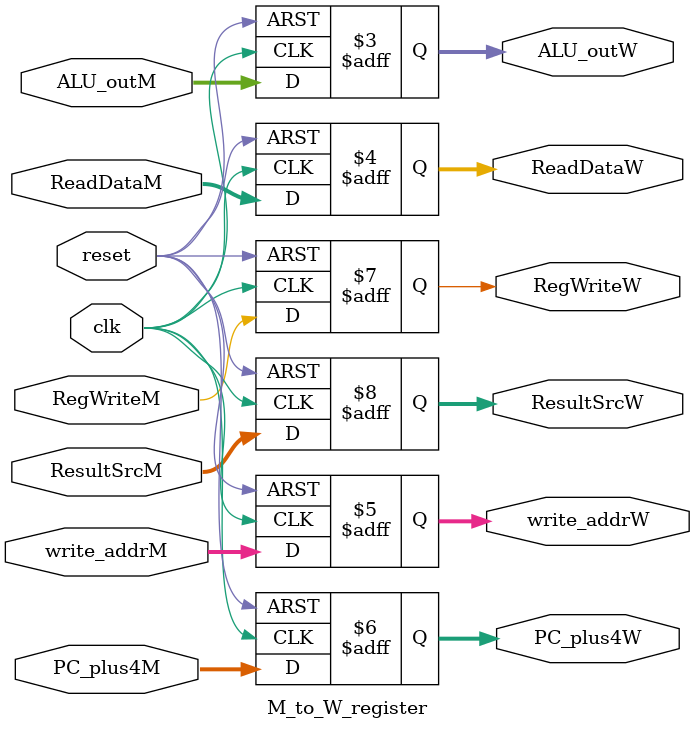
<source format=v>
module M_to_W_register(//input 
                        input clk,
                        input reset, 
                        input RegWriteM, 
                        input [1:0] ResultSrcM, 
                        input [31:0]ALU_outM, 
                        input [31:0]ReadDataM, 
                        input [4:0] write_addrM,
                        input [31:0]PC_plus4M,
                        //output
                        output reg [31:0]ALU_outW, 
                        output reg [31:0]ReadDataW, 
                        output reg [4:0] write_addrW,
                        output reg [31:0]PC_plus4W,
                        output reg RegWriteW,   
                        output reg [1:0] ResultSrcW);
                        
    always @(negedge clk or negedge reset)
    begin
    if (~reset)
    begin
        ALU_outW    <=32'd0;
        ReadDataW   <=32'd0;
        write_addrW <=5'd0;
        PC_plus4W   <=32'd0;
        RegWriteW   <=1'd0;
        ResultSrcW  <=2'd0;
    end
    else
    begin
        ALU_outW    <= ALU_outM;
        ReadDataW   <= ReadDataM;
        write_addrW <= write_addrM;
        PC_plus4W   <= PC_plus4M;
        RegWriteW   <= RegWriteM;
        ResultSrcW  <= ResultSrcM;
    end
    end
endmodule
</source>
